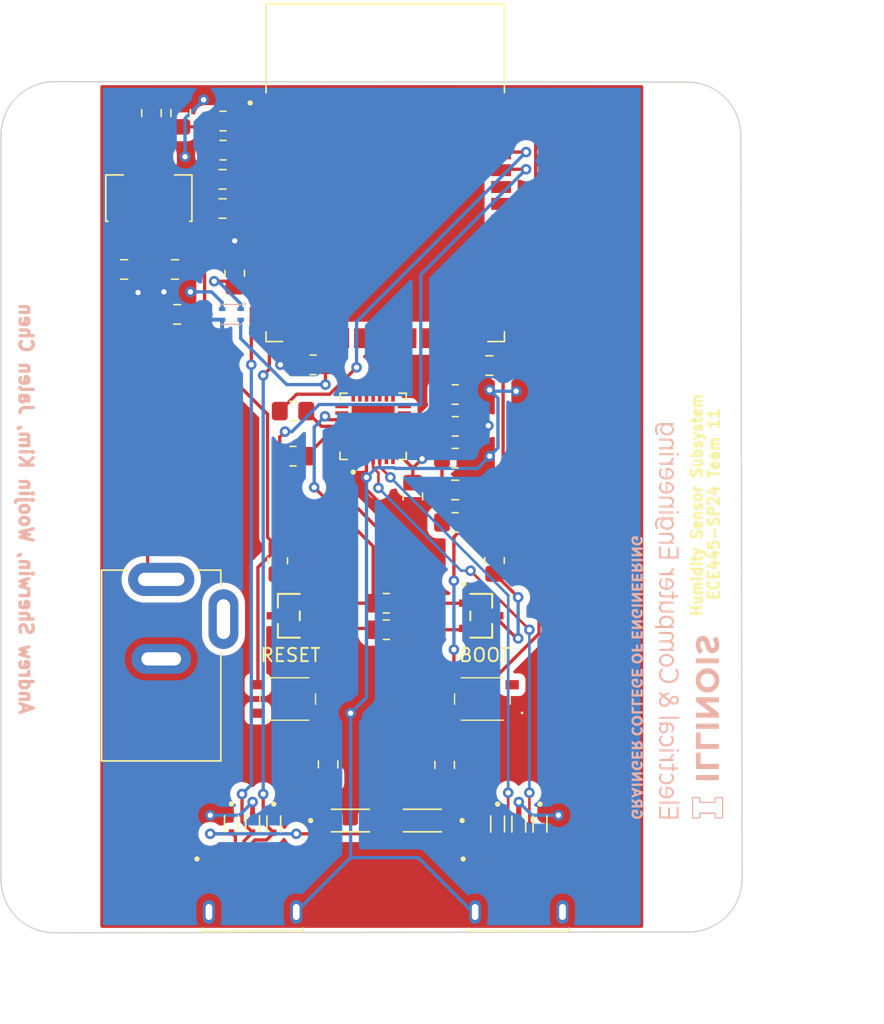
<source format=kicad_pcb>
(kicad_pcb (version 20221018) (generator pcbnew)
  (layers (0 "F.Cu" signal) (31 "B.Cu" signal) (34 "B.Paste" user) (35 "F.Paste" user) (36 "B.SilkS" user "B.Silkscreen") (37 "F.SilkS" user "F.Silkscreen") (38 "B.Mask" user) (39 "F.Mask" user) (44 "Edge.Cuts" user))
  (net 0 "")
  (net 1 "+12V")
  (net 2 "GND")
  (net 3 "+3.3V")
  (net 4 "Net-(C6-Pad1)")
  (net 5 "Net-(C7-Pad1)")
  (net 6 "Net-(U4-VBUS)")
  (net 7 "CHIP_PU")
  (net 8 "IO0")
  (net 9 "USB_DP")
  (net 10 "USB_DN")
  (net 11 "IO20")
  (net 12 "IO19")
  (net 13 "VBUS")
  (net 17 "Net-(U1-IO8)")
  (net 18 "Net-(U1-IO9)")
  (net 19 "Net-(U4-~{RST})")
  (net 20 "Net-(U4-~{SUSPEND})")
  (net 21 "Net-(U4-TXD)")
  (net 22 "U0RXD")
  (net 23 "Net-(U4-RXD)")
  (net 24 "U0TXD")
  (net 25 "DTR")
  (net 26 "Net-(U5-BASE)")
  (net 27 "RTS")
  (net 28 "Net-(U6-BASE)")
  (net 29 "Net-(U5-COLLECTOR)")
  (net 30 "Net-(U6-COLLECTOR)")
  (net 31 "ESP_3V3")
  (footprint "Resistor_SMD:R_0805_2012Metric_Pad1.20x1.40mm_HandSolder" (layer "F.Cu") (at 119.95 89 180)
    (fp_text reference "R7" hide)
    (fp_text value "0" hide)
  )
  (footprint "ECE445:SOT-23_ONS" (layer "F.Cu") (at 119.6348 101.0475 90)
    (fp_text reference "U5" hide)
    (fp_text value "L8050QLT1G" hide)
  )
  (footprint "Capacitor_SMD:C_0805_2012Metric_Pad1.18x1.45mm_HandSolder" (layer "F.Cu") (at 129 92.0375 -90)
    (fp_text reference "C8" hide)
    (fp_text value "10uF" hide)
  )
  (footprint "Resistor_SMD:R_0805_2012Metric_Pad1.20x1.40mm_HandSolder" (layer "F.Cu") (at 132.2 89.15 180)
    (fp_text reference "R6" hide)
    (fp_text value "47500" hide)
  )
  (footprint "ECE445:SOT-23_ONS" (layer "F.Cu") (at 134.1652 101.0475 -90)
    (fp_text reference "U6" hide)
    (fp_text value "L8050QLT1G" hide)
  )
  (footprint "Resistor_SMD:R_0805_2012Metric_Pad1.20x1.40mm_HandSolder" (layer "F.Cu") (at 114.665 63.71 180)
    (fp_text reference "R13" hide)
    (fp_text value "0" hide)
  )
  (footprint "ECE445:PTS815 SJG 250 SMTR LFS" (layer "F.Cu") (at 134.25 107.325 180)
    (fp_text reference "S1" hide)
    (fp_text value "PTS815_SJG_250_SMTR_LFS" hide)
  )
  (footprint "Capacitor_SMD:C_0805_2012Metric_Pad1.18x1.45mm_HandSolder" (layer "F.Cu") (at 111.04 74.91)
    (fp_text reference "C1" hide)
    (fp_text value "1uF" hide)
  )
  (footprint "Resistor_SMD:R_0805_2012Metric_Pad1.20x1.40mm_HandSolder" (layer "F.Cu") (at 115.55 75.2 90)
    (fp_text reference "R1" hide)
    (fp_text value "10000" hide)
  )
  (footprint "ECE445:LDL1117S33R-SnapEDA" (layer "F.Cu") (at 109.065 69.525 90)
    (fp_text reference "U2" hide)
    (fp_text value "LDL1117S33R-SnapEDA" hide)
  )
  (footprint "Capacitor_SMD:C_0805_2012Metric_Pad1.18x1.45mm_HandSolder" (layer "F.Cu") (at 114.6275 68.11 180)
    (fp_text reference "C10" hide)
    (fp_text value "0.1uF" hide)
  )
  (footprint "Capacitor_SMD:C_0805_2012Metric_Pad1.18x1.45mm_HandSolder" (layer "F.Cu") (at 107.2025 74.91 180)
    (fp_text reference "C2" hide)
    (fp_text value "4.7uF" hide)
  )
  (footprint "ECE445:LESD5D5_0CT1G" (layer "F.Cu") (at 138.6 116.76 -90)
    (fp_text reference "D1" hide)
    (fp_text value "LESD5D5.0CT1G" hide)
  )
  (footprint "Resistor_SMD:R_0805_2012Metric_Pad1.20x1.40mm_HandSolder" (layer "F.Cu") (at 132.2 86.75 180)
    (fp_text reference "R3" hide)
    (fp_text value "1000" hide)
  )
  (footprint "ECE445:PTS815 SJG 250 SMTR LFS" (layer "F.Cu") (at 119.55 107.325 180)
    (fp_text reference "S2" hide)
    (fp_text value "PTS815_SJG_250_SMTR_LFS" hide)
  )
  (footprint "ECE445:ESP32-S3-WROOM-1-N8-SnapEDA" (layer "F.Cu") (at 126.915 67.6)
    (fp_text reference "U1" hide)
    (fp_text value "ESP32-S3-WROOM-1-N8" hide)
  )
  (footprint "Resistor_SMD:R_0805_2012Metric_Pad1.20x1.40mm_HandSolder" (layer "F.Cu") (at 127 100.1)
    (fp_text reference "R10" hide)
    (fp_text value "10000" hide)
  )
  (footprint "Capacitor_SMD:C_0805_2012Metric_Pad1.18x1.45mm_HandSolder" (layer "F.Cu") (at 109.265 63.11 90)
    (fp_text reference "C4" hide)
    (fp_text value "10uF" hide)
  )
  (footprint "ECE445:PJ-202AH" (layer "F.Cu") (at 110 104.8 -90)
    (fp_text reference "J1" hide)
    (fp_text value "PJ-202AH" hide)
  )
  (footprint "Resistor_SMD:R_0805_2012Metric_Pad1.20x1.40mm_HandSolder" (layer "F.Cu") (at 118.8 96.895 90)
    (fp_text reference "R11" hide)
    (fp_text value "0" hide)
  )
  (footprint "Resistor_SMD:R_0805_2012Metric_Pad1.20x1.40mm_HandSolder" (layer "F.Cu") (at 121.465 82.11 180)
    (fp_text reference "R2" hide)
    (fp_text value "10000" hide)
  )
  (footprint "ECE445:LESD5D5_0CT1G" (layer "F.Cu") (at 118.5 116.76 -90)
    (fp_text reference "D3" hide)
    (fp_text value "LESD5D5.0CT1G" hide)
  )
  (footprint "ECE445:10118193-0001LF" (layer "F.Cu") (at 137 123.4)
    (fp_text reference "J2" hide)
    (fp_text value "10118193-0001LF" hide)
  )
  (footprint "ECE445:LESD5D5_0CT1G" (layer "F.Cu") (at 116.9 116.74 -90)
    (fp_text reference "D4" hide)
    (fp_text value "LESD5D5.0CT1G" hide)
  )
  (footprint "Capacitor_SMD:C_0805_2012Metric_Pad1.18x1.45mm_HandSolder" (layer "F.Cu") (at 114.6275 70.31 180)
    (fp_text reference "C12" hide)
    (fp_text value "1uF" hide)
  )
  (footprint "Capacitor_SMD:C_0805_2012Metric_Pad1.18x1.45mm_HandSolder" (layer "F.Cu") (at 111.2 78.3 180)
    (fp_text reference "C3" hide)
    (fp_text value "100nF" hide)
  )
  (footprint "Resistor_SMD:R_0805_2012Metric_Pad1.20x1.40mm_HandSolder" (layer "F.Cu") (at 127 102.1 180)
    (fp_text reference "R9" hide)
    (fp_text value "10000" hide)
  )
  (footprint "Capacitor_SMD:C_0805_2012Metric_Pad1.18x1.45mm_HandSolder" (layer "F.Cu") (at 111.465 63.11 90)
    (fp_text reference "C5" hide)
    (fp_text value "0.1uF" hide)
  )
  (footprint "Resistor_SMD:R_0805_2012Metric_Pad1.20x1.40mm_HandSolder" (layer "F.Cu") (at 132.2 94 180)
    (fp_text reference "R5" hide)
    (fp_text value "22100" hide)
  )
  (footprint "MountingHole:MountingHole_3.2mm_M3" (layer "F.Cu") (at 150.1 121.1)
    (fp_text reference "H4" hide)
    (fp_text value "MountingHole" hide)
  )
  (footprint "ECE445:CP2102N-A02-GQFN28" (layer "F.Cu") (at 126 86.75 90)
    (fp_text reference "U4" hide)
    (fp_text value "CP2102N-A02-GQFN28" hide)
  )
  (footprint "ECE445:10118193-0001LF" (layer "F.Cu") (at 116.9 123.4)
    (fp_text reference "J3" hide)
    (fp_text value "10118193-0001LF" hide)
  )
  (footprint "ECE445:LESD5D5_0CT1G" (layer "F.Cu") (at 135.4 116.76 -90)
    (fp_text reference "D7" hide)
    (fp_text value "LESD5D5.0CT1G" hide)
  )
  (footprint "ECE445:LESD5D5_0CT1G" (layer "F.Cu") (at 137 116.76 -90)
    (fp_text reference "D2" hide)
    (fp_text value "LESD5D5.0CT1G" hide)
  )
  (footprint "Resistor_SMD:R_0805_2012Metric_Pad1.20x1.40mm_HandSolder" (layer "F.Cu") (at 135.1652 96.876 90)
    (fp_text reference "R12" hide)
    (fp_text value "0" hide)
  )
  (footprint "ECE445:1N5819HW-7-F" (layer "F.Cu") (at 129.72 116.5 180)
    (fp_text reference "D6" hide)
    (fp_text value "1N5819HW-7-F" hide)
  )
  (footprint "Capacitor_SMD:C_0805_2012Metric_Pad1.18x1.45mm_HandSolder" (layer "F.Cu") (at 132.2 91.55)
    (fp_text reference "C9" hide)
    (fp_text value "1uF" hide)
  )
  (footprint "Resistor_SMD:R_0805_2012Metric_Pad1.20x1.40mm_HandSolder" (layer "F.Cu") (at 119.95 85.6 180)
    (fp_text reference "R8" hide)
    (fp_text value "0" hide)
  )
  (footprint "ECE445:LESD5D5_0CT1G" (layer "F.Cu") (at 115.3 116.74 -90)
    (fp_text reference "D8" hide)
    (fp_text value "LESD5D5.0CT1G" hide)
  )
  (footprint "Capacitor_SMD:C_0805_2012Metric_Pad1.18x1.45mm_HandSolder" (layer "F.Cu") (at 122.6 112.2625 90)
    (fp_text reference "C7" hide)
    (fp_text value "10uF" hide)
  )
  (footprint "ECE445:1N5819HW-7-F" (layer "F.Cu") (at 124.28 116.5)
    (fp_text reference "D5" hide)
    (fp_text value "1N5819HW-7-F" hide)
  )
  (footprint "Capacitor_SMD:C_0805_2012Metric_Pad1.18x1.45mm_HandSolder" (layer "F.Cu") (at 134.7775 82.16 180)
    (fp_text reference "C11" hide)
    (fp_text value "0.1uF" hide)
  )
  (footprint "MountingHole:MountingHole_3.2mm_M3" (layer "F.Cu") (at 101.7 121.1)
    (fp_text reference "H2" hide)
    (fp_text value "MountingHole" hide)
  )
  (footprint "MountingHole:MountingHole_3.2mm_M3" (layer "F.Cu") (at 101.8 64.5)
    (fp_text reference "H1" hide)
    (fp_text value "MountingHole" hide)
  )
  (footprint "MountingHole:MountingHole_3.2mm_M3" (layer "F.Cu") (at 149.881128 64.6)
    (fp_text reference "H3" hide)
    (fp_text value "MountingHole" hide)
  )
  (footprint "Resistor_SMD:R_0805_2012Metric_Pad1.20x1.40mm_HandSolder" (layer "F.Cu") (at 132.2 84.35 180)
    (fp_text reference "R4" hide)
    (fp_text value "10000" hide)
  )
  (footprint "Resistor_SMD:R_0805_2012Metric_Pad1.20x1.40mm_HandSolder" (layer "F.Cu") (at 114.665 65.91)
    (fp_text reference "R14" hide)
    (fp_text value "10000" hide)
  )
  (footprint "Capacitor_SMD:C_0805_2012Metric_Pad1.18x1.45mm_HandSolder" (layer "F.Cu") (at 131.4 112.3 90)
    (fp_text reference "C6" hide)
    (fp_text value "10uF" hide)
  )
  (footprint "ECE445:SHT45-AD1B-R3" (layer "B.Cu") (at 115.3 78.3 180)
    (fp_text reference "U3" hide)
    (fp_text value "SHT45-AD1B-R3" hide)
  )
  (footprint "ECE445:IllinoisECENegative31mm" (layer "B.Cu") (at 149 101.4 90)
    (fp_text reference "" hide)
    (fp_text value "LOGO" hide)
  )
  (gr_arc (start 101.931128 124.971128) (mid 99.08069 123.790438) (end 97.9 120.94) (stroke (width 0.1)) (layer "Edge.Cuts"))
  (gr_arc (start 97.9 64.771128) (mid 99.08069 61.92069) (end 101.931128 60.74) (stroke (width 0.1)) (layer "Edge.Cuts"))
  (gr_arc (start 149.731128 60.771128) (mid 152.581566 61.951818) (end 153.762256 64.802256) (stroke (width 0.1)) (layer "Edge.Cuts"))
  (gr_line (start 97.9 64.771128) (end 97.9 120.94) (stroke (width 0.1)) (layer "Edge.Cuts"))
  (gr_arc (start 153.862256 120.877744) (mid 152.681566 123.728182) (end 149.831128 124.908872) (stroke (width 0.1)) (layer "Edge.Cuts"))
  (gr_line (start 149.731128 60.771128) (end 101.931128 60.74) (stroke (width 0.1)) (layer "Edge.Cuts"))
  (gr_line (start 153.862256 120.877744) (end 153.762256 64.802256) (stroke (width 0.1)) (layer "Edge.Cuts"))
  (gr_line (start 101.931128 124.971128) (end 149.831128 124.908872) (stroke (width 0.1)) (layer "Edge.Cuts"))
  (gr_text "Andrew Sherwin, Woojin Kim, Jalen Chen" (at 99.2 108.6 270) (layer "B.SilkS") (effects (font (size 1 1) (thickness 0.25) bold) (justify left bottom mirror)))
  (gr_text "Humidity Sensor Subsystem\n  ECE445-SP24 Team 11" (at 152.2 101.2 90) (layer "F.SilkS") (effects (font (size 0.8 0.8) (thickness 0.2) bold) (justify left bottom)))
  (gr_text "BOOT" (at 132.4 104.6) (layer "F.SilkS") (effects (font (size 1 1)) (justify left bottom)))
  (gr_text "RESET" (at 117.4 104.6) (layer "F.SilkS") (effects (font (size 1 1)) (justify left bottom)))
  (segment (start 111.365 73.5475) (end 110.0025 74.91) (width 0.25) (layer "F.Cu") (net 1))
  (segment (start 111.365 72.54) (end 111.365 73.5475) (width 0.25) (layer "F.Cu") (net 1))
  (segment (start 110.0025 74.91) (end 108.975 75.9375) (width 0.25) (layer "F.Cu") (net 1))
  (segment (start 108.975 75.9375) (end 108.975 97.275) (width 0.25) (layer "F.Cu") (net 1))
  (segment (start 108.975 97.275) (end 110 98.3) (width 0.25) (layer "F.Cu") (net 1))
  (segment (start 138.275 82.625) (end 136.8 84.1) (width 0.25) (layer "F.Cu") (net 2))
  (segment (start 138.975 105.925) (end 138.975 86.275) (width 0.25) (layer "F.Cu") (net 2))
  (segment (start 112.2 76.6) (end 112.2 75.0325) (width 0.25) (layer "F.Cu") (net 2))
  (segment (start 120.1 121.4) (end 118.1 123.4) (width 0.25) (layer "F.Cu") (net 2))
  (segment (start 125.415 70.06) (end 126.815 71.46) (width 0.25) (layer "F.Cu") (net 2))
  (segment (start 125.897537 71.885) (end 126.332463 71.885) (width 0.25) (layer "F.Cu") (net 2))
  (segment (start 113.59 70.31) (end 112.8 71.1) (width 0.25) (layer "F.Cu") (net 2))
  (segment (start 125.5 91.525305) (end 125.5 90.6) (width 0.25) (layer "F.Cu") (net 2))
  (segment (start 109.265 62.0725) (end 111.465 62.0725) (width 0.25) (layer "F.Cu") (net 2))
  (segment (start 106.765 64.5725) (end 106.765 72.54) (width 0.25) (layer "F.Cu") (net 2))
  (segment (start 113.7 119.25) (end 113.7 120.95) (width 0.25) (layer "F.Cu") (net 2))
  (segment (start 123.49 69.477463) (end 123.972537 69.96) (width 0.25) (layer "F.Cu") (net 2))
  (segment (start 118.1 123.4) (end 120.2 123.4) (width 0.25) (layer "F.Cu") (net 2))
  (segment (start 113.7 120.95) (end 113.7 123.3) (width 0.25) (layer "F.Cu") (net 2))
  (segment (start 134.8 83.22) (end 133.74 82.16) (width 0.25) (layer "F.Cu") (net 2))
  (segment (start 125.415 71.46) (end 125.415 70.06) (width 0.25) (layer "F.Cu") (net 2))
  (segment (start 118.165 62.34) (end 113.44 62.34) (width 0.25) (layer "F.Cu") (net 2))
  (segment (start 126.297463 68) (end 126.815 68.517537) (width 0.25) (layer "F.Cu") (net 2))
  (segment (start 124.015 67.09) (end 124.015 68.56) (width 0.25) (layer "F.Cu") (net 2))
  (segment (start 127.34 70.442537) (end 126.857463 69.96) (width 0.25) (layer "F.Cu") (net 2))
  (segment (start 112.8 71.1) (end 112.8 74.1875) (width 0.25) (layer "F.Cu") (net 2))
  (segment (start 124.015 70.06) (end 125.415 70.06) (width 0.25) (layer "F.Cu") (net 2))
  (segment (start 133.7 123.4) (end 135.8 123.4) (width 0.25) (layer "F.Cu") (net 2))
  (segment (start 129 93.075) (end 127.049695 93.075) (width 0.25) (layer "F.Cu") (net 2))
  (segment (start 124.015 68.56) (end 124.015 68.517537) (width 0.25) (layer "F.Cu") (net 2))
  (segment (start 125.415 71.36) (end 125.415 71.402463) (width 0.25) (layer "F.Cu") (net 2))
  (segment (start 119.165 62.24) (end 124.015 67.09) (width 0.25) (layer "F.Cu") (net 2))
  (segment (start 140.2 121.4) (end 138.2 123.4) (width 0.25) (layer "F.Cu") (net 2))
  (segment (start 140 114.8) (end 140 116.1) (width 0.25) (layer "F.Cu") (net 2))
  (segment (start 124.015 68.56) (end 123.972537 68.56) (width 0.25) (layer "F.Cu") (net 2))
  (segment (start 138.975 86.275) (end 136.8 84.1) (width 0.25) (layer "F.Cu") (net 2))
  (segment (start 113.7 116.1) (end 115.28 116.1) (width 0.25) (layer "F.Cu") (net 2))
  (segment (start 126.332463 71.885) (end 126.815 71.402463) (width 0.25) (layer "F.Cu") (net 2))
  (segment (start 133.8 120.95) (end 133.8 121.4) (width 0.25) (layer "F.Cu") (net 2))
  (segment (start 125.5 87.25) (end 126 86.75) (width 0.25) (layer "F.Cu") (net 2))
  (segment (start 125.415 68.517537) (end 125.932537 68) (width 0.25) (layer "F.Cu") (net 2))
  (segment (start 113.59 70.31) (end 113.59 68.11) (width 0.25) (layer "F.Cu") (net 2))
  (segment (start 123.49 70.442537) (end 123.49 70.877463) (width 0.25) (layer "F.Cu") (net 2))
  (segment (start 134.65 89.15) (end 134.8 89) (width 0.25) (layer "F.Cu") (net 2))
  (segment (start 125.415 68.66) (end 125.415 70.06) (width 0.25) (layer "F.Cu") (net 2))
  (segment (start 124.015 71.36) (end 124.015 71.402463) (width 0.25) (layer "F.Cu") (net 2))
  (segment (start 127.049695 93.075) (end 125.5 91.525305) (width 0.25) (layer "F.Cu") (net 2))
  (segment (start 126.815 70.06) (end 125.415 70.06) (width 0.25) (layer "F.Cu") (net 2))
  (segment (start 124.015 69.96) (end 123.972537 69.96) (width 0.25) (layer "F.Cu") (net 2))
  (segment (start 110 115.55) (end 113.7 119.25) (width 0.25) (layer "F.Cu") (net 2))
  (segment (start 133.74 83.81) (end 133.2 84.35) (width 0.25) (layer "F.Cu") (net 2))
  (segment (start 124.497537 71.885) (end 124.932463 71.885) (width 0.25) (layer "F.Cu") (net 2))
  (segment (start 125.415 71.402463) (end 125.897537 71.885) (width 0.25) (layer "F.Cu") (net 2))
  (segment (start 111.4925 62.1) (end 111.465 62.0725) (width 0.25) (layer "F.Cu") (net 2))
  (segment (start 125.415 70.06) (end 124.015 68.66) (width 0.25) (layer "F.Cu") (net 2))
  (segment (start 126.815 69.96) (end 126.857463 69.96) (width 0.25) (layer "F.Cu") (net 2))
  (segment (start 124.015 71.402463) (end 124.497537 71.885) (width 0.25) (layer "F.Cu") (net 2))
  (segment (start 123.972537 69.96) (end 123.49 70.442537) (width 0.25) (layer "F.Cu") (net 2))
  (segment (start 115.7 123.4) (end 118.1 123.4) (width 0.25) (layer "F.Cu") (net 2))
  (segment (start 135.665 62.34) (end 136.665 62.34) (width 0.25) (layer "F.Cu") (net 2))
  (segment (start 124.3 108.4) (end 121.8 108.4) (width 0.25) (layer "F.Cu") (net 2))
  (segment (start 133.8 121.4) (end 135.8 123.4) (width 0.25) (layer "F.Cu") (net 2))
  (segment (start 106.165 100.465) (end 110 104.3) (width 0.25) (layer "F.Cu") (net 2))
  (segment (start 112.2375 76.6375) (end 112.2 76.6) (width 0.25) (layer "F.Cu") (net 2))
  (segment (start 118.165 62.24) (end 119.165 62.24) (width 0.25) (layer "F.Cu") (net 2))
  (segment (start 106.165 74.91) (end 106.165 100.465) (width 0.25) (layer "F.Cu") (net 2))
  (segment (start 136.665 62.34) (end 138.275 63.95) (width 0.25) (layer "F.Cu") (net 2))
  (segment (start 125.5 89.11) (end 125.5 87.25) (width 0.25) (layer "F.Cu") (net 2))
  (segment (start 140.2 116.3) (end 140.2 120.95) (width 0.25) (layer "F.Cu") (net 2))
  (segment (start 127.34 69.477463) (end 127.34 69.042537) (width 0.25) (layer "F.Cu") (net 2))
  (segment (start 123.972537 68.56) (end 123.49 69.042537) (width 0.25) (layer "F.Cu") (net 2))
  (segment (start 113.6 123.4) (end 115.7 123.4) (width 0.25) (layer "F.Cu") (net 2))
  (segment (start 112.8 74.1875) (end 112.0775 74.91) (width 0.25) (layer "F.Cu") (net 2))
  (segment (start 135.8 123.4) (end 138.2 123.4) (width 0.25) (layer "F.Cu") (net 2))
  (segment (start 133.135 62.34) (end 126.815 68.66) (width 0.25) (layer "F.Cu") (net 2))
  (segment (start 138.2 123.4) (end 140.3 123.4) (width 0.25) (layer "F.Cu") (net 2))
  (segment (start 135.665 62.34) (end 133.135 62.34) (width 0.25) (layer "F.Cu") (net 2))
  (segment (start 124.932463 71.885) (end 125.415 71.402463) (width 0.25) (layer "F.Cu") (net 2))
  (segment (start 138.6 116.1) (end 140 116.1) (width 0.25) (layer "F.Cu") (net 2))
  (segment (start 127.34 69.042537) (end 126.857463 68.56) (width 0.25) (layer "F.Cu") (net 2))
  (segment (start 109.265 62.0725) (end 106.765 64.5725) (width 0.25) (layer "F.Cu") (net 2))
  (segment (start 127.34 70.877463) (end 127.34 70.442537) (width 0.25) (layer "F.Cu") (net 2))
  (segment (start 112.2 75.0325) (end 112.0775 74.91) (width 0.25) (layer "F.Cu") (net 2))
  (segment (start 120.1 120.95) (end 120.1 123.3) (width 0.25) (layer "F.Cu") (net 2))
  (segment (start 133.2 89.15) (end 134.65 89.15) (width 0.25) (layer "F.Cu") (net 2))
  (segment (start 123.49 69.042537) (end 123.49 69.477463) (width 0.25) (layer "F.Cu") (net 2))
  (segment (start 126.857463 71.36) (end 127.34 70.877463) (width 0.25) (layer "F.Cu") (net 2))
  (segment (start 123.49 70.877463) (end 123.972537 71.36) (width 0.25) (layer "F.Cu") (net 2))
  (segment (start 138.975 113.775) (end 140 114.8) (width 0.25) (layer "F.Cu") (net 2))
  (segment (start 120.1 120.95) (end 120.1 121.4) (width 0.25) (layer "F.Cu") (net 2))
  (segment (start 126.815 71.402463) (end 126.815 71.36) (width 0.25) (layer "F.Cu") (net 2))
  (segment (start 113.59 68.11) (end 113.51 68.11) (width 0.25) (layer "F.Cu") (net 2))
  (segment (start 124.015 71.46) (end 125.415 70.06) (width 0.25) (layer "F.Cu") (net 2))
  (segment (start 133.8 120.95) (end 133.8 123.3) (width 0.25) (layer "F.Cu") (net 2))
  (segment (start 134.8 84) (end 134.8 83.22) (width 0.25) (layer "F.Cu") (net 2))
  (segment (start 110 104.3) (end 110 115.55) (width 0.25) (layer "F.Cu") (net 2))
  (segment (start 124.932463 68.035) (end 125.415 68.517537) (width 0.25) (layer "F.Cu") (net 2))
  (segment (start 136.5 108.4) (end 138.975 105.925) (width 0.25) (layer "F.Cu") (net 2))
  (segment (start 126.857463 69.96) (end 127.34 69.477463) (width 0.25) (layer "F.Cu") (net 2))
  (segment (start 106.165 74.91) (end 106.165 73.14) (width 0.25) (layer "F.Cu") (net 2))
  (segment (start 125.415 68.56) (end 125.415 68.517537) (width 0.25) (layer "F.Cu") (net 2))
  (segment (start 125.5 90.6) (end 125.5 89.11) (width 0.25) (layer "F.Cu") (net 2))
  (segment (start 126.815 68.517537) (end 126.815 68.56) (width 0.25) (layer "F.Cu") (net 2))
  (segment (start 126.857463 68.56) (end 126.815 68.56) (width 0.25) (layer "F.Cu") (net 2))
  (segment (start 125.932537 68) (end 126.297463 68) (width 0.25) (layer "F.Cu") (net 2))
  (segment (start 138.275 63.95) (end 138.275 82.625) (width 0.25) (layer "F.Cu") (net 2))
  (segment (start 113.7 121.4) (end 115.7 123.4) (width 0.25) (layer "F.Cu") (net 2))
  (segment (start 140.2 120.95) (end 140.2 121.4) (width 0.25) (layer "F.Cu") (net 2))
  (segment (start 124.497537 68.035) (end 124.932463 68.035) (width 0.25) (layer "F.Cu") (net 2))
  (segment (start 140 116.1) (end 140.2 116.3) (width 0.25) (layer "F.Cu") (net 2))
  (segment (start 124.015 68.517537) (end 124.497537 68.035) (width 0.25) (layer "F.Cu") (net 2))
  (segment (start 113.7 120.95) (end 113.7 121.4) (width 0.25) (layer "F.Cu") (net 2))
  (segment (start 126.815 68.66) (end 125.415 70.06) (width 0.25) (layer "F.Cu") (net 2))
  (segment (start 140.2 120.95) (end 140.2 123.3) (width 0.25) (layer "F.Cu") (net 2))
  (segment (start 123.972537 71.36) (end 124.015 71.36) (width 0.25) (layer "F.Cu") (net 2))
  (segment (start 113.44 62.34) (end 113.2 62.1) (width 0.25) (layer "F.Cu") (net 2))
  (segment (start 112.2375 78.3) (end 112.2375 76.6375) (width 0.25) (layer "F.Cu") (net 2))
  (segment (start 126.815 71.36) (end 126.857463 71.36) (width 0.25) (layer "F.Cu") (net 2))
  (segment (start 133.74 82.16) (end 133.74 83.81) (width 0.25) (layer "F.Cu") (net 2))
  (segment (start 106.165 73.14) (end 106.765 72.54) (width 0.25) (layer "F.Cu") (net 2))
  (segment (start 138.975 105.925) (end 138.975 113.775) (width 0.25) (layer "F.Cu") (net 2))
  (segment (start 113.51 68.11) (end 111.8 66.4) (width 0.25) (layer "F.Cu") (net 2))
  (segment (start 113.2 62.1) (end 111.4925 62.1) (width 0.25) (layer "F.Cu") (net 2))
  (via (at 134.8 89) (size 0.8) (drill 0.4) (layers "F.Cu" "B.Cu") (net 2))
  (via (at 140 116.1) (size 0.8) (drill 0.4) (layers "F.Cu" "B.Cu") (net 2))
  (via (at 113.7 116.1) (size 0.8) (drill 0.4) (layers "F.Cu" "B.Cu") (net 2))
  (via (at 112.2 76.6) (size 0.8) (drill 0.4) (layers "F.Cu" "B.Cu") (net 2))
  (via (at 113.2 62.1) (size 0.8) (drill 0.4) (layers "F.Cu" "B.Cu") (net 2))
  (via (at 124.3 108.4) (size 0.8) (drill 0.4) (layers "F.Cu" "B.Cu") (net 2))
  (via (at 116.9 115.1) (size 0.8) (drill 0.4) (layers "F.Cu" "B.Cu") (net 2))
  (via (at 111.8 66.4) (size 0.8) (drill 0.4) (layers "F.Cu" "B.Cu") (net 2))
  (via (at 137 115.1) (size 0.8) (drill 0.4) (layers "F.Cu" "B.Cu") (net 2))
  (via (at 134.8 84) (size 0.8) (drill 0.4) (layers "F.Cu" "B.Cu") (net 2))
  (via (at 136.8 84.1) (size 0.8) (drill 0.4) (layers "F.Cu" "B.Cu") (net 2))
  (via (at 125.5 90.6) (size 0.8) (drill 0.4) (layers "F.Cu" "B.Cu") (net 2))
  (segment (start 116.9 115.1) (end 115.9 116.1) (width 0.25) (layer "B.Cu") (net 2))
  (segment (start 115.9 116.1) (end 113.7 116.1) (width 0.25) (layer "B.Cu") (net 2))
  (segment (start 111.8 63.5) (end 113.2 62.1) (width 0.25) (layer "B.Cu") (net 2))
  (segment (start 126.225 89.875) (end 125.5 90.6) (width 0.25) (layer "B.Cu") (net 2))
  (segment (start 138 116.1) (end 137 115.1) (width 0.25) (layer "B.Cu") (net 2))
  (segment (start 134.8 89) (end 133.875 89.925) (width 0.25) (layer "B.Cu") (net 2))
  (segment (start 114.6 77.9) (end 114.6 77.4) (width 0.25) (layer "B.Cu") (net 2))
  (segment (start 133.875 89.925) (end 127.650305 89.925) (width 0.25) (layer "B.Cu") (net 2))
  (segment (start 114.6 77.4) (end 114 76.8) (width 0.25) (layer "B.Cu") (net 2))
  (segment (start 113.8 76.6) (end 112.2 76.6) (width 0.25) (layer "B.Cu") (net 2))
  (segment (start 136.8 84.1) (end 134.9 84.1) (width 0.25) (layer "B.Cu") (net 2))
  (segment (start 134.8 89) (end 135.425 88.375) (width 0.25) (layer "B.Cu") (net 2))
  (segment (start 124.3 119.3) (end 124.3 108.4) (width 0.25) (layer "B.Cu") (net 2))
  (segment (start 135.425 84.625) (end 134.8 84) (width 0.25) (layer "B.Cu") (net 2))
  (segment (start 134.9 84.1) (end 134.8 84) (width 0.25) (layer "B.Cu") (net 2))
  (segment (start 125.5 90.6) (end 125.5 107.2) (width 0.25) (layer "B.Cu") (net 2))
  (segment (start 140 116.1) (end 138 116.1) (width 0.25) (layer "B.Cu") (net 2))
  (segment (start 135.425 88.375) (end 135.425 84.625) (width 0.25) (layer "B.Cu") (net 2))
  (segment (start 133.7 123.4) (end 133.5 123.4) (width 0.25) (layer "B.Cu") (net 2))
  (segment (start 125.5 107.2) (end 124.3 108.4) (width 0.25) (layer "B.Cu") (net 2))
  (segment (start 129.4 119.3) (end 124.3 119.3) (width 0.25) (layer "B.Cu") (net 2))
  (segment (start 114 76.8) (end 113.8 76.6) (width 0.25) (layer "B.Cu") (net 2))
  (segment (start 124.3 119.3) (end 120.2 123.4) (width 0.25) (layer "B.Cu") (net 2))
  (segment (start 127.650305 89.925) (end 127.600305 89.875) (width 0.25) (layer "B.Cu") (net 2))
  (segment (start 127.600305 89.875) (end 126.225 89.875) (width 0.25) (layer "B.Cu") (net 2))
  (segment (start 111.8 66.4) (end 111.8 63.5) (width 0.25) (layer "B.Cu") (net 2))
  (segment (start 133.5 123.4) (end 129.4 119.3) (width 0.25) (layer "B.Cu") (net 2))
  (segment (start 108.25 74.92) (end 108.24 74.91) (width 0.25) (layer "F.Cu") (net 3))
  (segment (start 108.25 76.65) (end 108.25 74.92) (width 0.25) (layer "F.Cu") (net 3))
  (segment (start 109.065 64.3475) (end 109.265 64.1475) (width 0.25) (layer "F.Cu") (net 3))
  (segment (start 115.55 72.75) (end 115.55 74.2) (width 0.25) (layer "F.Cu") (net 3))
  (segment (start 120.465 82.11) (end 119.01 82.11) (width 0.25) (layer "F.Cu") (net 3))
  (segment (start 128.21 89.11) (end 129 89.9) (width 0.25) (layer "F.Cu") (net 3))
  (segment (start 109.065 66.51) (end 109.065 64.3475) (width 0.25) (layer "F.Cu") (net 3))
  (segment (start 109.065 72.54) (end 109.065 74.085) (width 0.25) (layer "F.Cu") (net 3))
  (segment (start 110.1625 78.3) (end 110.1625 76.6375) (width 0.25) (layer "F.Cu") (net 3))
  (segment (start 111.465 64.1475) (end 113.2275 64.1475) (width 0.25) (layer "F.Cu") (net 3))
  (segment (start 133.2 86.75) (end 134.65 86.75) (width 0.25) (layer "F.Cu") (net 3))
  (segment (start 129 91) (end 129 89.9) (width 0.25) (layer "F.Cu") (net 3))
  (segment (start 127 89.11) (end 127.5 89.11) (width 0.25) (layer "F.Cu") (net 3))
  (segment (start 109.065 74.085) (end 108.24 74.91) (width 0.25) (layer "F.Cu") (net 3))
  (segment (start 109.065 66.51) (end 109.065 72.54) (width 0.25) (layer "F.Cu") (net 3))
  (segment (start 127.5 89.11) (end 128.21 89.11) (width 0.25) (layer "F.Cu") (net 3))
  (segment (start 109.265 64.1475) (end 111.465 64.1475) (width 0.25) (layer "F.Cu") (net 3))
  (segment (start 113.2275 64.1475) (end 113.665 63.71) (width 0.25) (layer "F.Cu") (net 3))
  (segment (start 108.24 74.91) (end 107.94 74.91) (width 0.25) (layer "F.Cu") (net 3))
  (segment (start 129 89.9) (end 129.7 89.2) (width 0.25) (layer "F.Cu") (net 3))
  (via (at 115.55 72.75) (size 0.8) (drill 0.4) (layers "F.Cu" "B.Cu") (net 3))
  (via (at 134.7 86.7) (size 0.8) (drill 0.4) (layers "F.Cu" "B.Cu") (net 3))
  (via (at 108.25 76.65) (size 0.8) (drill 0.4) (layers "F.Cu" "B.Cu") (net 3))
  (via (at 129.7 89.2) (size 0.8) (drill 0.4) (layers "F.Cu" "B.Cu") (net 3))
  (via (at 119 82.1) (size 0.8) (drill 0.4) (layers "F.Cu" "B.Cu") (net 3))
  (via (at 110.2 76.6) (size 0.8) (drill 0.4) (layers "F.Cu" "B.Cu") (net 3))
  (segment (start 131 87.9) (end 129.7 89.2) (width 0.25) (layer "B.Cu") (net 3))
  (segment (start 134 87.9) (end 131 87.9) (width 0.25) (layer "B.Cu") (net 3))
  (segment (start 134.7 86.7) (end 134.7 87.2) (width 0.25) (layer "B.Cu") (net 3))
  (segment (start 134.7 87.2) (end 134 87.9) (width 0.25) (layer "B.Cu") (net 3))
  (segment (start 108.25 76.65) (end 110.15 76.65) (width 0.25) (layer "B.Cu") (net 3))
  (segment (start 110.15 76.65) (end 110.2 76.6) (width 0.25) (layer "B.Cu") (net 3))
  (segment (start 131.4 116.5) (end 131.4 113.3375) (width 0.25) (layer "F.Cu") (net 4))
  (segment (start 122.6 116.5) (end 122.6 113.3) (width 0.25) (layer "F.Cu") (net 5))
  (segment (start 130.3 88.25) (end 128.36 88.25) (width 0.25) (layer "F.Cu") (net 6))
  (segment (start 131.2 94) (end 131.2 91.5875) (width 0.25) (layer "F.Cu") (net 6))
  (segment (start 131.2 89.15) (end 130.3 88.25) (width 0.25) (layer "F.Cu") (net 6))
  (segment (start 131.2 89.15) (end 131.2 91.5125) (width 0.25) (layer "F.Cu") (net 6))
  (segment (start 115.665 70.31) (end 115.665 68.11) (width 0.25) (layer "F.Cu") (net 7))
  (segment (start 117.3 97.395) (end 118.8 95.895) (width 0.25) (layer "F.Cu") (net 7))
  (segment (start 118.025 85.825) (end 113.275 81.075) (width 0.25) (layer "F.Cu") (net 7))
  (segment (start 113.275 81.075) (end 113.275 72.7) (width 0.25) (layer "F.Cu") (net 7))
  (segment (start 113.275 72.7) (end 115.665 70.31) (width 0.25) (layer "F.Cu") (net 7))
  (segment (start 118.8 95.895) (end 118.025 95.12) (width 0.25) (layer "F.Cu") (net 7))
  (segment (start 117.3 106.25) (end 117.3 97.395) (width 0.25) (layer "F.Cu") (net 7))
  (segment (start 118.025 95.12) (end 118.025 85.825) (width 0.25) (layer "F.Cu") (net 7))
  (segment (start 116.795 64.78) (end 118.165 64.78) (width 0.25) (layer "F.Cu") (net 7))
  (segment (start 115.665 65.91) (end 115.665 68.11) (width 0.25) (layer "F.Cu") (net 7))
  (segment (start 115.665 65.91) (end 116.795 64.78) (width 0.25) (layer "F.Cu") (net 7))
  (segment (start 135.815 82.16) (end 135.815 78.9) (width 0.25) (layer "F.Cu") (net 8))
  (segment (start 135.815 82.16) (end 135.815 95.2262) (width 0.25) (layer "F.Cu") (net 8))
  (segment (start 135.815 78.9) (end 135.665 78.75) (width 0.25) (layer "F.Cu") (net 8))
  (segment (start 138.525 99.2358) (end 135.1652 95.876) (width 0.25) (layer "F.Cu") (net 8))
  (segment (start 134.675305 106.25) (end 138.525 102.400305) (width 0.25) (layer "F.Cu") (net 8))
  (segment (start 135.815 95.2262) (end 135.1652 95.876) (width 0.25) (layer "F.Cu") (net 8))
  (segment (start 138.525 102.400305) (end 138.525 99.2358) (width 0.25) (layer "F.Cu") (net 8))
  (segment (start 132 106.25) (end 134.675305 106.25) (width 0.25) (layer "F.Cu") (net 8))
  (segment (start 133.355378 97.650922) (end 133.355378 97.644622) (width 0.2) (layer "F.Cu") (net 9))
  (segment (start 126.4 91.4) (end 126.4 90.265686) (width 0.2) (layer "F.Cu") (net 9))
  (segment (start 138.6 117.42) (end 138.02 118) (width 0.2) (layer "F.Cu") (net 9))
  (segment (start 126 89.865686) (end 126 89.11) (width 0.2) (layer "F.Cu") (net 9))
  (segment (start 137 118.15) (end 137 120.725) (width 0.2) (layer "F.Cu") (net 9))
  (segment (start 137.8 116.62) (end 137.8 114.4) (width 0.2) (layer "F.Cu") (net 9))
  (segment (start 138.02 118) (end 137.15 118) (width 0.2) (layer "F.Cu") (net 9))
  (segment (start 138.6 117.42) (end 137.8 116.62) (width 0.2) (layer "F.Cu") (net 9))
  (segment (start 136.504456 100.8) (end 136.504456 100.804456) (width 0.2) (layer "F.Cu") (net 9))
  (segment (start 136.504456 100.804456) (end 137.8 102.1) (width 0.2) (layer "F.Cu") (net 9))
  (segment (start 137.15 118) (end 137 118.15) (width 0.2) (layer "F.Cu") (net 9))
  (segment (start 136.504456 100.8) (end 133.355378 97.650922) (width 0.2) (layer "F.Cu") (net 9))
  (segment (start 126.4 90.265686) (end 126 89.865686) (width 0.2) (layer "F.Cu") (net 9))
  (via (at 137.8 102.1) (size 0.8) (drill 0.4) (layers "F.Cu" "B.Cu") (net 9))
  (via (at 133.355378 97.644622) (size 0.8) (drill 0.4) (layers "F.Cu" "B.Cu") (net 9))
  (via (at 126.4 91.4) (size 0.8) (drill 0.4) (layers "F.Cu" "B.Cu") (net 9))
  (via (at 137.8 114.4) (size 0.8) (drill 0.4) (layers "F.Cu" "B.Cu") (net 9))
  (segment (start 132.644622 97.644622) (end 126.4 91.4) (width 0.2) (layer "B.Cu") (net 9))
  (segment (start 137.8 114.4) (end 137.8 102.1) (width 0.2) (layer "B.Cu") (net 9))
  (segment (start 133.355378 97.644622) (end 132.644622 97.644622) (width 0.2) (layer "B.Cu") (net 9))
  (segment (start 136.35 118.07) (end 136.35 120.725) (width 0.2) (layer "F.Cu") (net 10))
  (segment (start 127.3 90.6) (end 126.5 89.8) (width 0.2) (layer "F.Cu") (net 10))
  (segment (start 136.2 116.62) (end 136.2 114.4) (width 0.2) (layer "F.Cu") (net 10))
  (segment (start 137 117.42) (end 136.35 118.07) (width 0.2) (layer "F.Cu") (net 10))
  (segment (start 137 117.42) (end 136.2 116.62) (width 0.2) (layer "F.Cu") (net 10))
  (segment (start 126.5 89.8) (end 126.5 89.11) (width 0.2) (layer "F.Cu") (net 10))
  (via (at 136.2 114.4) (size 0.8) (drill 0.4) (layers "F.Cu" "B.Cu") (net 10))
  (via (at 127.3 90.6) (size 0.8) (drill 0.4) (layers "F.Cu" "B.Cu") (net 10))
  (segment (start 136.2 99.5) (end 127.3 90.6) (width 0.2) (layer "B.Cu") (net 10))
  (segment (start 136.2 114.4) (end 136.2 99.5) (width 0.2) (layer "B.Cu") (net 10))
  (segment (start 117.085 117.965) (end 116.9 118.15) (width 0.25) (layer "F.Cu") (net 11))
  (segment (start 117.7 82.9) (end 118.165 82.435) (width 0.25) (layer "F.Cu") (net 11))
  (segment (start 118.5 117.42) (end 117.955 117.965) (width 0.25) (layer "F.Cu") (net 11))
  (segment (start 117.7 116.62) (end 117.7 114.5) (width 0.25) (layer "F.Cu") (net 11))
  (segment (start 118.165 82.435) (end 118.165 78.75) (width 0.25) (layer "F.Cu") (net 11))
  (segment (start 118.5 117.42) (end 117.7 116.62) (width 0.25) (layer "F.Cu") (net 11))
  (segment (start 116.9 118.15) (end 116.9 120.725) (width 0.25) (layer "F.Cu") (net 11))
  (segment (start 117.955 117.965) (end 117.085 117.965) (width 0.25) (layer "F.Cu") (net 11))
  (via (at 117.7 82.9) (size 0.8) (drill 0.4) (layers "F.Cu" "B.Cu") (net 11))
  (via (at 117.7 114.5) (size 0.8) (drill 0.4) (layers "F.Cu" "B.Cu") (net 11))
  (segment (start 117.7 114.5) (end 117.7 82.9) (width 0.25) (layer "B.Cu") (net 11))
  (segment (start 116.8 82.1) (end 116.8 77.845) (width 0.25) (layer "F.Cu") (net 12))
  (segment (start 116.1 116.6) (end 116.1 114.5) (width 0.25) (layer "F.Cu") (net 12))
  (segment (start 116.9 117.4) (end 116.25 118.05) (width 0.25) (layer "F.Cu") (net 12))
  (segment (start 116.25 118.05) (end 116.25 120.725) (width 0.25) (layer "F.Cu") (net 12))
  (segment (start 116.9 117.4) (end 116.1 116.6) (width 0.25) (layer "F.Cu") (net 12))
  (segment (start 117.165 77.48) (end 118.165 77.48) (width 0.25) (layer "F.Cu") (net 12))
  (segment (start 116.8 77.845) (end 117.165 77.48) (width 0.25) (layer "F.Cu") (net 12))
  (via (at 116.8 82.1) (size 0.8) (drill 0.4) (layers "F.Cu" "B.Cu") (net 12))
  (via (at 116.1 114.5) (size 0.8) (drill 0.4) (layers "F.Cu" "B.Cu") (net 12))
  (segment (start 116.1 114.5) (end 116.8 113.8) (width 0.25) (layer "B.Cu") (net 12))
  (segment (start 116.8 113.8) (end 116.8 82.1) (width 0.25) (layer "B.Cu") (net 12))
  (segment (start 135.7 117.72) (end 135.7 120.725) (width 0.25) (layer "F.Cu") (net 13))
  (segment (start 128.96 117.42) (end 128.04 116.5) (width 0.25) (layer "F.Cu") (net 13))
  (segment (start 128.04 108.71) (end 132.1 104.65) (width 0.25) (layer "F.Cu") (net 13))
  (segment (start 115.6 117.7) (end 115.6 120.725) (width 0.25) (layer "F.Cu") (net 13))
  (segment (start 132.1 104.65) (end 132.1 103.6) (width 0.25) (layer "F.Cu") (net 13))
  (segment (start 132.1 98.4) (end 132.1 95.1) (width 0.25) (layer "F.Cu") (net 13))
  (segment (start 128.04 116.5) (end 128.04 108.71) (width 0.25) (layer "F.Cu") (net 13))
  (segment (start 128.04 116.5) (end 125.96 116.5) (width 0.25) (layer "F.Cu") (net 13))
  (segment (start 132.1 95.1) (end 133.2 94) (width 0.25) (layer "F.Cu") (net 13))
  (segment (start 113.7 117.5) (end 115.2 117.5) (width 0.25) (layer "F.Cu") (net 13))
  (segment (start 115.3 117.4) (end 115.6 117.7) (width 0.25) (layer "F.Cu") (net 13))
  (segment (start 124.96 117.5) (end 120.2 117.5) (width 0.25) (layer "F.Cu") (net 13))
  (segment (start 135.4 117.42) (end 135.7 117.72) (width 0.25) (layer "F.Cu") (net 13))
  (segment (start 135.4 117.42) (end 128.96 117.42) (width 0.25) (layer "F.Cu") (net 13))
  (segment (start 125.96 116.5) (end 124.96 117.5) (width 0.25) (layer "F.Cu") (net 13))
  (via (at 113.7 117.5) (size 0.8) (drill 0.4) (layers "F.Cu" "B.Cu") (net 13))
  (via (at 120.2 117.5) (size 0.8) (drill 0.4) (layers "F.Cu" "B.Cu") (net 13))
  (via (at 132.1 98.4) (size 0.8) (drill 0.4) (layers "F.Cu" "B.Cu") (net 13))
  (via (at 132.1 103.6) (size 0.8) (drill 0.4) (layers "F.Cu" "B.Cu") (net 13))
  (segment (start 132.1 103.6) (end 132.1 98.4) (width 0.25) (layer "B.Cu") (net 13))
  (segment (start 120.2 117.5) (end 113.7 117.5) (width 0.25) (layer "B.Cu") (net 13))
  (segment (start 114 75.800497) (end 115.150497 75.800497) (width 0.25) (layer "F.Cu") (net 17))
  (segment (start 118.165 76.21) (end 115.56 76.21) (width 0.25) (layer "F.Cu") (net 17))
  (segment (start 115.56 76.21) (end 115.55 76.2) (width 0.25) (layer "F.Cu") (net 17))
  (segment (start 115.150497 75.800497) (end 115.55 76.2) (width 0.25) (layer "F.Cu") (net 17))
  (via (at 114 75.800497) (size 0.8) (drill 0.4) (layers "F.Cu" "B.Cu") (net 17))
  (segment (start 116 77.5) (end 114.300497 75.800497) (width 0.25) (layer "B.Cu") (net 17))
  (segment (start 114.300497 75.800497) (end 114 75.800497) (width 0.25) (layer "B.Cu") (net 17))
  (segment (start 116 77.9) (end 116 77.5) (width 0.25) (layer "B.Cu") (net 17))
  (segment (start 122.465 80.005) (end 122.47 80) (width 0.25) (layer "F.Cu") (net 18))
  (segment (start 122.4 83.6) (end 122.4 82.175) (width 0.25) (layer "F.Cu") (net 18))
  (segment (start 122.465 82.11) (end 122.465 80.005) (width 0.25) (layer "F.Cu") (net 18))
  (via (at 122.4 83.6) (size 0.8) (drill 0.4) (layers "F.Cu" "B.Cu") (net 18))
  (segment (start 119.474695 83.6) (end 122.4 83.6) (width 0.25) (layer "B.Cu") (net 18))
  (segment (start 116 78.7) (end 116 80.125305) (width 0.25) (layer "B.Cu") (net 18))
  (segment (start 116 80.125305) (end 119.474695 83.6) (width 0.25) (layer "B.Cu") (net 18))
  (segment (start 131.2 86.75) (end 130.2 87.75) (width 0.25) (layer "F.Cu") (net 19))
  (segment (start 130.2 87.75) (end 128.36 87.75) (width 0.25) (layer "F.Cu") (net 19))
  (segment (start 129.5 86.75) (end 128.36 86.75) (width 0.25) (layer "F.Cu") (net 20))
  (segment (start 131.2 84.35) (end 131.2 85.05) (width 0.25) (layer "F.Cu") (net 20))
  (segment (start 131.2 85.05) (end 129.5 86.75) (width 0.25) (layer "F.Cu") (net 20))
  (segment (start 123.64 87.25) (end 122.7 87.25) (width 0.25) (layer "F.Cu") (net 21))
  (segment (start 122.7 87.25) (end 120.95 89) (width 0.25) (layer "F.Cu") (net 21))
  (segment (start 137.55 67.35) (end 135.695 67.35) (width 0.25) (layer "F.Cu") (net 22))
  (segment (start 135.695 67.35) (end 135.665 67.32) (width 0.25) (layer "F.Cu") (net 22))
  (segment (start 118.95 87.55) (end 119.35 87.15) (width 0.25) (layer "F.Cu") (net 22))
  (segment (start 118.95 89) (end 118.95 87.55) (width 0.25) (layer "F.Cu") (net 22))
  (via (at 119.35 87.15) (size 0.8) (drill 0.4) (layers "F.Cu" "B.Cu") (net 22))
  (via (at 137.55 67.35) (size 0.8) (drill 0.4) (layers "F.Cu" "B.Cu") (net 22))
  (segment (start 129.6 75.3) (end 137.55 67.35) (width 0.25) (layer "B.Cu") (net 22))
  (segment (start 119.35 87.15) (end 119.875305 87.15) (width 0.25) (layer "B.Cu") (net 22))
  (segment (start 119.875305 87.15) (end 121.925305 85.1) (width 0.25) (layer "B.Cu") (net 22))
  (segment (start 129.6 85.1) (end 129.6 75.3) (width 0.25) (layer "B.Cu") (net 22))
  (segment (start 121.925305 85.1) (end 129.6 85.1) (width 0.25) (layer "B.Cu") (net 22))
  (segment (start 122.1 86.75) (end 120.95 85.6) (width 0.25) (layer "F.Cu") (net 23))
  (segment (start 123.64 86.75) (end 122.1 86.75) (width 0.25) (layer "F.Cu") (net 23))
  (segment (start 120.225 84.325) (end 122.725 84.325) (width 0.25) (layer "F.Cu") (net 24))
  (segment (start 118.95 85.6) (end 120.225 84.325) (width 0.25) (layer "F.Cu") (net 24))
  (segment (start 122.725 84.325) (end 124.75 82.3) (width 0.25) (layer "F.Cu") (net 24))
  (segment (start 137.55 66.05) (end 135.665 66.05) (width 0.25) (layer "F.Cu") (net 24))
  (via (at 137.55 66.05) (size 0.8) (drill 0.4) (layers "F.Cu" "B.Cu") (net 24))
  (via (at 124.75 82.3) (size 0.8) (drill 0.4) (layers "F.Cu" "B.Cu") (net 24))
  (segment (start 124.75 78.85) (end 137.55 66.05) (width 0.25) (layer "B.Cu") (net 24))
  (segment (start 124.75 82.3) (end 124.75 78.85) (width 0.25) (layer "B.Cu") (net 24))
  (segment (start 127.075 95.175) (end 123.64 91.74) (width 0.25) (layer "F.Cu") (net 25))
  (segment (start 128 102.1) (end 127.075 101.175) (width 0.25) (layer "F.Cu") (net 25))
  (segment (start 127.075 101.175) (end 127.075 95.175) (width 0.25) (layer "F.Cu") (net 25))
  (segment (start 123.64 91.74) (end 123.64 88.25) (width 0.25) (layer "F.Cu") (net 25))
  (segment (start 128 102.1) (end 133.1 102.1) (width 0.25) (layer "F.Cu") (net 25))
  (segment (start 120.6 102) (end 125.9 102) (width 0.25) (layer "F.Cu") (net 26))
  (segment (start 120.6 100.095) (end 125.995 100.095) (width 0.25) (layer "F.Cu") (net 27))
  (segment (start 123.64 86.25) (end 122.624598 86.25) (width 0.25) (layer "F.Cu") (net 27))
  (segment (start 126 95.8) (end 121.55 91.35) (width 0.25) (layer "F.Cu") (net 27))
  (segment (start 126 100.1) (end 126 95.8) (width 0.25) (layer "F.Cu") (net 27))
  (segment (start 122.624598 86.25) (end 122.369731 85.995133) (width 0.25) (layer "F.Cu") (net 27))
  (segment (start 125.995 100.095) (end 126 100.1) (width 0.25) (layer "F.Cu") (net 27))
  (via (at 122.369731 85.995133) (size 0.8) (drill 0.4) (layers "F.Cu" "B.Cu") (net 27))
  (via (at 121.55 91.35) (size 0.8) (drill 0.4) (layers "F.Cu" "B.Cu") (net 27))
  (segment (start 121.55 86.814864) (end 121.55 91.35) (width 0.25) (layer "B.Cu") (net 27))
  (segment (start 122.369731 85.995133) (end 121.55 86.814864) (width 0.25) (layer "B.Cu") (net 27))
  (segment (start 128 100.1) (end 133.195 100.1) (width 0.25) (layer "F.Cu") (net 28))
  (segment (start 133.195 100.1) (end 133.2 100.095) (width 0.25) (layer "F.Cu") (net 28))
  (segment (start 118.6696 101.0475) (end 118.6696 98.0254) (width 0.25) (layer "F.Cu") (net 29))
  (segment (start 136.95 99.65) (end 135.176 97.876) (width 0.25) (layer "F.Cu") (net 30))
  (segment (start 136.8329 102.75) (end 135.1304 101.0475) (width 0.25) (layer "F.Cu") (net 30))
  (segment (start 136.95 102.75) (end 136.8329 102.75) (width 0.25) (layer "F.Cu") (net 30))
  (via (at 136.95 102.75) (size 0.8) (drill 0.4) (layers "F.Cu" "B.Cu") (net 30))
  (via (at 136.95 99.65) (size 0.8) (drill 0.4) (layers "F.Cu" "B.Cu") (net 30))
  (segment (start 136.95 101.4) (end 136.95 102.75) (width 0.25) (layer "B.Cu") (net 30))
  (segment (start 136.95 99.65) (end 136.95 99.4) (width 0.25) (layer "B.Cu") (net 30))
  (segment (start 136.95 101.4) (end 136.95 99.65) (width 0.25) (layer "B.Cu") (net 30))
  (segment (start 113.665 65.91) (end 113.665 65.71) (width 0.25) (layer "F.Cu") (net 31))
  (segment (start 113.665 65.71) (end 115.665 63.71) (width 0.25) (layer "F.Cu") (net 31))
  (segment (start 115.665 63.71) (end 117.965 63.71) (width 0.25) (layer "F.Cu") (net 31))
  (segment (start 117.965 63.71) (end 118.165 63.51) (width 0.25) (layer "F.Cu") (net 31))
  (zone (net 2) (net_name "GND") (layer "F.Cu") (connect_pads yes (clearance 0.5)) (min_thickness 0.25) (fill yes (thermal_gap 0.5) (thermal_bridge_width 0.5))
    (polygon (pts (xy 105.4 61) (xy 146.4 61) (xy 146.4 124.6) (xy 105.4 124.6)))
  )
  (zone (net 3) (net_name "+3.3V") (layer "B.Cu") (priority 1) (connect_pads (clearance 0.5)) (min_thickness 0.25) (fill yes (thermal_gap 0.5) (thermal_bridge_width 0.5))
    (polygon (pts (xy 105.6 61.2) (xy 146.2 61.2) (xy 146.2 124.4) (xy 105.6 124.4)))
  )
)
</source>
